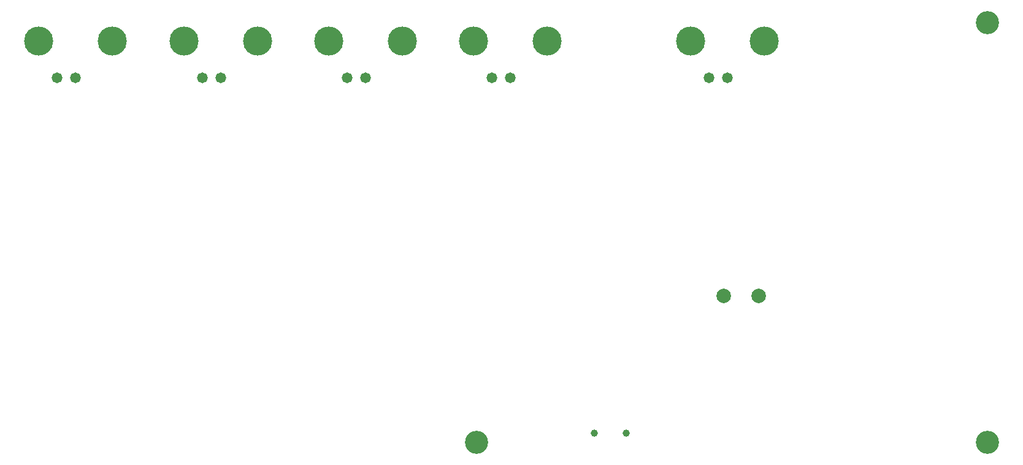
<source format=gbs>
G04 #@! TF.GenerationSoftware,KiCad,Pcbnew,5.1.10*
G04 #@! TF.CreationDate,2021-05-11T19:34:40+02:00*
G04 #@! TF.ProjectId,M17_soundcard,4d31375f-736f-4756-9e64-636172642e6b,rev?*
G04 #@! TF.SameCoordinates,Original*
G04 #@! TF.FileFunction,Soldermask,Bot*
G04 #@! TF.FilePolarity,Negative*
%FSLAX46Y46*%
G04 Gerber Fmt 4.6, Leading zero omitted, Abs format (unit mm)*
G04 Created by KiCad (PCBNEW 5.1.10) date 2021-05-11 19:34:40*
%MOMM*%
%LPD*%
G01*
G04 APERTURE LIST*
%ADD10C,3.200000*%
%ADD11C,1.000000*%
%ADD12C,4.013200*%
%ADD13C,1.473200*%
%ADD14C,2.003200*%
G04 APERTURE END LIST*
D10*
X144000000Y-134000000D03*
X214500000Y-134000000D03*
X214500000Y-76000000D03*
D11*
X164658600Y-132693600D03*
X160258600Y-132693600D03*
D12*
X183731100Y-78503600D03*
X173571100Y-78503600D03*
D13*
X176111100Y-83583600D03*
X178651100Y-83583600D03*
D14*
X182969100Y-113738600D03*
X178143100Y-113738600D03*
D12*
X93731100Y-78503600D03*
X83571100Y-78503600D03*
D13*
X86111100Y-83583600D03*
X88651100Y-83583600D03*
D12*
X113731100Y-78503600D03*
X103571100Y-78503600D03*
D13*
X106111100Y-83583600D03*
X108651100Y-83583600D03*
D12*
X133731100Y-78503600D03*
X123571100Y-78503600D03*
D13*
X126111100Y-83583600D03*
X128651100Y-83583600D03*
D12*
X153731100Y-78503600D03*
X143571100Y-78503600D03*
D13*
X146111100Y-83583600D03*
X148651100Y-83583600D03*
M02*

</source>
